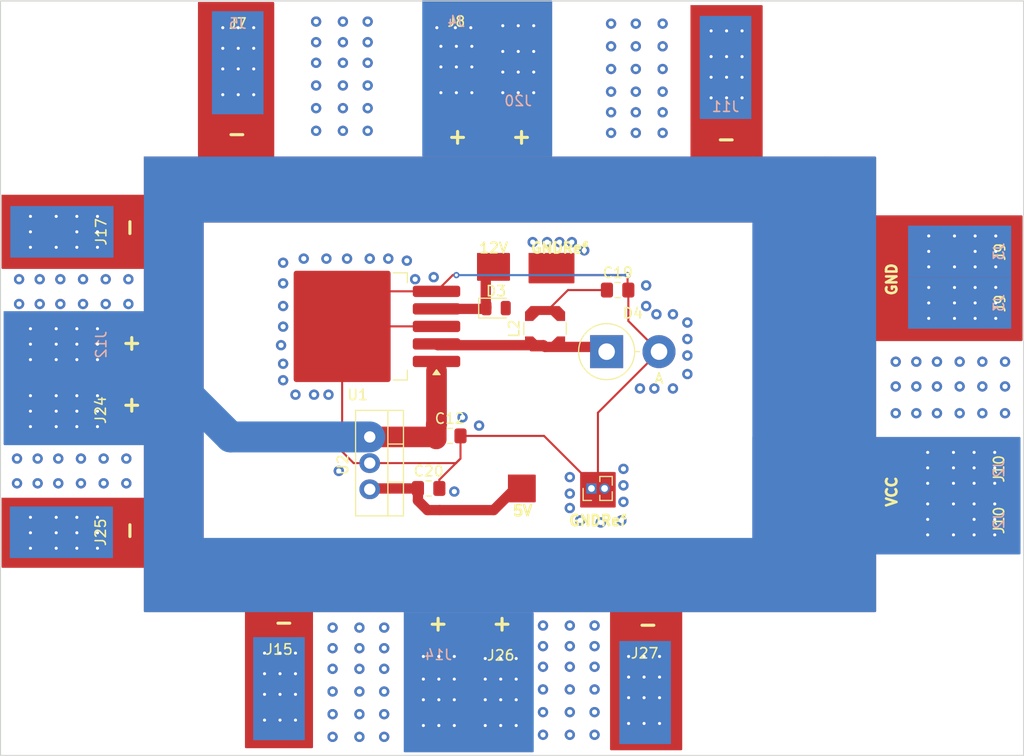
<source format=kicad_pcb>
(kicad_pcb (version 20241229) (generator "pcbnew") (generator_version "9.0")
  (layers (0 "F.Cu" signal) (2 "B.Cu" signal) (13 "F.Paste" user) (15 "B.Paste" user) (5 "F.SilkS" user "F.Silkscreen") (7 "B.SilkS" user "B.Silkscreen") (1 "F.Mask" user) (3 "B.Mask" user) (25 "Edge.Cuts" user))
  (net 0 "")
  (net 1 "5V")
  (net 2 "GNDREF")
  (net 3 "VIN")
  (net 4 "Net-(D3-A)")
  (net 5 "12V")
  (net 6 "GND")
  (net 7 "Net-(D4-K)")
  (footprint "Connector_Wire:SolderWirePad_1x01_SMD_5x10mm" (layer "F.Cu") (at 65.4 112)
    (property "Reference" "J8")
    (property "Value" "Conn_01x01_Socket" (hide yes))
  )
  (footprint "Connector_Wire:SolderWirePad_1x01_SMD_5x10mm" (layer "F.Cu") (at 71.4 112.1 180)
    (property "Reference" "J28" (hide yes))
    (property "Value" "Conn_01x01_Socket" (hide yes))
  )
  (footprint "Capacitor_SMD:C_0805_2012Metric_Pad1.18x1.45mm_HandSolder" (layer "F.Cu") (at 64.7625 148.4)
    (property "Reference" "C12")
    (property "Value" "10uF")
  )
  (footprint "Connector_Wire:SolderWirePad_1x01_SMD_5x10mm" (layer "F.Cu") (at 69.7 173.5)
    (property "Reference" "J26")
    (property "Value" "Conn_01x01_Socket" (hide yes))
  )
  (footprint "Connector_Wire:SolderWirePad_1x01_SMD_1x2mm" (layer "F.Cu") (at 71.1125 153.5)
    (property "Reference" "J34" (hide yes))
    (property "Value" "Conn_01x01")
  )
  (footprint "Connector_Wire:SolderWirePad_1x01_SMD_5x10mm" (layer "F.Cu") (at 114.2 156.6 -90)
    (property "Reference" "J10")
    (property "Value" "Conn_01x01_Socket" (hide yes))
  )
  (footprint "Connector_Wire:SolderWirePad_1x01_SMD_1x2mm" (layer "F.Cu") (at 76.25 132)
    (property "Reference" "J40" (hide yes))
    (property "Value" "Conn_01x01")
  )
  (footprint "Connector_Wire:SolderWirePad_1x01_SMD_1x2mm" (layer "F.Cu") (at 72.5 153.5)
    (property "Reference" "J38" (hide yes))
    (property "Value" "Conn_01x01")
  )
  (footprint "Connector_Wire:SolderWirePad_1x01_SMD_5x10mm" (layer "F.Cu") (at 114.3 135.55 -90)
    (property "Reference" "J9")
    (property "Value" "GND" (hide yes))
  )
  (footprint "Package_TO_SOT_SMD:TO-263-5_TabPin3" (layer "F.Cu") (at 55.825 137.775 180)
    (property "Reference" "U1")
    (property "Value" "LM2596S-12")
  )
  (footprint "Connector_Wire:SolderWirePad_1x01_SMD_5x10mm" (layer "F.Cu") (at 27.15 139.55 -90)
    (property "Reference" "J18" (hide yes))
    (property "Value" "Conn_01x01_Socket" (hide yes))
  )
  (footprint "Connector_Wire:SolderWirePad_1x01_SMD_5x10mm" (layer "F.Cu") (at 48.2 172.925444)
    (property "Reference" "J15")
    (property "Value" "GND" (hide yes))
  )
  (footprint "Connector_Wire:SolderWirePad_1x01_SMD_5x10mm" (layer "F.Cu") (at 44.2 112.193781)
    (property "Reference" "J7")
    (property "Value" "GND" (hide yes))
  )
  (footprint "Connector_Wire:SolderWirePad_1x01_SMD_5x10mm" (layer "F.Cu") (at 83.65 173.3)
    (property "Reference" "J27")
    (property "Value" "GND" (hide yes))
  )
  (footprint "Connector_Wire:SolderWirePad_1x01_SMD_5x10mm" (layer "F.Cu") (at 63.65 173.45)
    (property "Reference" "J16" (hide yes))
    (property "Value" "Conn_01x01_Socket" (hide yes))
  )
  (footprint "Connector_PinHeader_1.27mm:PinHeader_1x02_P1.27mm_Vertical" (layer "F.Cu") (at 78.5 153.5 90)
    (property "Reference" "J36" (hide yes))
    (property "Value" "Conn_01x02")
  )
  (footprint "Connector_Wire:SolderWirePad_1x01_SMD_5x10mm" (layer "F.Cu") (at 27.1 145.9 -90)
    (property "Reference" "J24")
    (property "Value" "Conn_01x01_Socket" (hide yes))
  )
  (footprint "Connector_Wire:SolderWirePad_1x01_SMD_1x2mm" (layer "F.Cu") (at 69.7775 132)
    (property "Reference" "J44" (hide yes))
    (property "Value" "Conn_01x01")
  )
  (footprint "Capacitor_SMD:C_0805_2012Metric_Pad1.18x1.45mm_HandSolder" (layer "F.Cu") (at 81.0375 134.25)
    (property "Reference" "C19")
    (property "Value" "220uF")
  )
  (footprint "Capacitor_SMD:C_0805_2012Metric_Pad1.18x1.45mm_HandSolder" (layer "F.Cu") (at 62.7125 153.5)
    (property "Reference" "C20")
    (property "Value" "100uF")
  )
  (footprint "Diode_THT:D_DO-201AD_P5.08mm_Vertical_AnodeUp" (layer "F.Cu") (at 79.97 140.225)
    (property "Reference" "D4")
    (property "Value" "1N5822")
  )
  (footprint "Connector_Wire:SolderWirePad_1x01_SMD_5x10mm" (layer "F.Cu") (at 27.15 128.6 -90)
    (property "Reference" "J17")
    (property "Value" "GND" (hide yes))
  )
  (footprint "Connector_Wire:SolderWirePad_1x01_SMD_5x10mm" (layer "F.Cu") (at 114.3 130.55 -90)
    (property "Reference" "J9")
    (property "Value" "GND" (hide yes))
  )
  (footprint "Inductor_SMD:L_Coilcraft_LPS4018" (layer "F.Cu") (at 74 138 90)
    (property "Reference" "L2")
    (property "Value" "33uH")
  )
  (footprint "Connector_Wire:SolderWirePad_1x01_SMD_5x10mm" (layer "F.Cu") (at 27.1 157.75 -90)
    (property "Reference" "J25")
    (property "Value" "GND" (hide yes))
  )
  (footprint "Diode_SMD:D_0805_2012Metric" (layer "F.Cu") (at 69.25 136)
    (property "Reference" "D3")
    (property "Value" "D")
  )
  (footprint "Connector_Wire:SolderWirePad_1x01_SMD_1x2mm" (layer "F.Cu") (at 74.75 132)
    (property "Reference" "J45" (hide yes))
    (property "Value" "Conn_01x01")
  )
  (footprint "Connector_Wire:SolderWirePad_1x01_SMD_5x10mm" (layer "F.Cu") (at 114.2 151.6 -90)
    (property "Reference" "J10")
    (property "Value" "Conn_01x01_Socket" (hide yes))
  )
  (footprint "Package_TO_SOT_THT:TO-220-3_Vertical" (layer "F.Cu") (at 57 148.5 -90)
    (property "Reference" "U2")
    (property "Value" "LM7805_TO220")
  )
  (footprint "Connector_Wire:SolderWirePad_1x01_SMD_1x2mm" (layer "F.Cu") (at 73.25 132)
    (property "Reference" "J39" (hide yes))
    (property "Value" "Conn_01x01")
  )
  (footprint "Connector_Wire:SolderWirePad_1x01_SMD_1x2mm" (layer "F.Cu") (at 68.25 132)
    (property "Reference" "J37" (hide yes))
    (property "Value" "Conn_01x01")
  )
  (footprint "Connector_Wire:SolderWirePad_1x01_SMD_5x10mm" (layer "F.Cu") (at 91.5 112.65 180)
    (property "Reference" "J19" (hide yes))
    (property "Value" "GND" (hide yes))
  )
  (footprint "Connector_Wire:SolderWirePad_1x01_SMD_5x10mm" (layer "B.Cu") (at 83.7 173.3 180)
    (property "Reference" "J21" (hide yes))
    (property "Value" "GND" (hide yes))
  )
  (footprint "Connector_Wire:SolderWirePad_1x01_SMD_5x10mm" (layer "B.Cu") (at 27.15 128.6 90)
    (property "Reference" "J13" (hide yes))
    (property "Value" "GND" (hide yes))
  )
  (footprint "Connector_Wire:SolderWirePad_1x01_SMD_5x10mm" (layer "B.Cu") (at 44.2 112.193781 180)
    (property "Reference" "J5")
    (property "Value" "GND" (hide yes))
  )
  (footprint "Connector_Wire:SolderWirePad_1x01_SMD_5x10mm" (layer "B.Cu") (at 27.1 157.75 90)
    (property "Reference" "J23" (hide yes))
    (property "Value" "GND" (hide yes))
  )
  (footprint "Connector_Wire:SolderWirePad_1x01_SMD_5x10mm" (layer "B.Cu") (at 65.393139 112.006219 180)
    (property "Reference" "J4")
    (property "Value" "VCC" (hide yes))
  )
  (footprint "Connector_Wire:SolderWirePad_1x01_SMD_5x10mm" (layer "B.Cu") (at 48.2 172.925444 180)
    (property "Reference" "J29" (hide yes))
    (property "Value" "GND" (hide yes))
  )
  (footprint "Connector_Wire:SolderWirePad_1x01_SMD_5x10mm" (layer "B.Cu") (at 71.390595 112.081812)
    (property "Reference" "J20")
    (property "Value" "VCC" (hide yes))
  )
  (footprint "Connector_Wire:SolderWirePad_1x01_SMD_5x10mm" (layer "B.Cu") (at 27.15 139.55 90)
    (property "Reference" "J12")
    (property "Value" "VCC" (hide yes))
  )
  (footprint "Connector_Wire:SolderWirePad_1x01_SMD_5x10mm" (layer "B.Cu") (at 27.1 145.9 90)
    (property "Reference" "J30" (hide yes))
    (property "Value" "Conn_01x01_Socket" (hide yes))
  )
  (footprint "Connector_Wire:SolderWirePad_1x01_SMD_5x10mm" (layer "B.Cu") (at 114.2 156.6 90)
    (property "Reference" "J2")
    (property "Value" "VCC" (hide yes))
  )
  (footprint "Connector_Wire:SolderWirePad_1x01_SMD_5x10mm" (layer "B.Cu") (at 69.7 173.5 180)
    (property "Reference" "J22" (hide yes))
    (property "Value" "Conn_01x01_Socket" (hide yes))
  )
  (footprint "Connector_Wire:SolderWirePad_1x01_SMD_5x10mm" (layer "B.Cu") (at 114.2 151.6 90)
    (property "Reference" "J2")
    (property "Value" "VCC" (hide yes))
  )
  (footprint "Connector_Wire:SolderWirePad_1x01_SMD_5x10mm" (layer "B.Cu") (at 63.65 173.45 180)
    (property "Reference" "J14")
    (property "Value" "Conn_01x01_Socket" (hide yes))
  )
  (footprint "Connector_Wire:SolderWirePad_1x01_SMD_5x10mm" (layer "B.Cu") (at 114.2 135.5 90)
    (property "Reference" "J3")
    (property "Value" "GND" (hide yes))
  )
  (footprint "Connector_Wire:SolderWirePad_1x01_SMD_5x10mm" (layer "B.Cu") (at 114.2 130.5 90)
    (property "Reference" "J3")
    (property "Value" "GND" (hide yes))
  )
  (footprint "Connector_Wire:SolderWirePad_1x01_SMD_5x10mm" (layer "B.Cu") (at 91.5 112.65)
    (property "Reference" "J11")
    (property "Value" "GND" (hide yes))
  )
  (gr_rect (start 40.8 160.2) (end 101.2 165.4) (stroke (width 0.2)) (fill yes) (layer "F.Cu") (net 6))
  (gr_rect (start 35.2 121.4) (end 40.8 165.4) (stroke (width 0.2)) (fill yes) (layer "F.Cu") (net 6))
  (gr_rect (start 106 127.1) (end 120.2 139.1) (stroke (width 0.2)) (fill yes) (layer "F.Cu") (net 6))
  (gr_rect (start 88.2 106.7) (end 95 121.3) (stroke (width 0.2)) (fill yes) (layer "F.Cu") (net 6))
  (gr_rect (start 21.4 154.5) (end 35.2 161.1) (stroke (width 0.2)) (fill yes) (layer "F.Cu") (net 6))
  (gr_rect (start 21.4 125.1) (end 35.2 132.1) (stroke (width 0.2)) (fill yes) (layer "F.Cu") (net 6))
  (gr_rect (start 101.2 121.4) (end 106 165.4) (stroke (width 0.2)) (fill yes) (layer "F.Cu") (net 6))
  (gr_rect (start 80.4 165.4) (end 87.2 178.8) (stroke (width 0.2)) (fill yes) (layer "F.Cu") (net 6))
  (gr_rect (start 45 165.4) (end 51.4 178.6) (stroke (width 0.2)) (fill yes) (layer "F.Cu") (net 6))
  (gr_rect (start 40.8 121.4) (end 101.2 127.6) (stroke (width 0.2)) (fill yes) (layer "F.Cu") (net 6))
  (gr_rect (start 40.443139 106.4) (end 47.643139 121.4) (stroke (width 0.2)) (fill yes) (layer "F.Cu") (net 6))
  (gr_rect (start 72.5 130.75) (end 76.75 133.5) (stroke (width 0.2)) (fill yes) (layers "F.Cu" "F.Mask") (net 2))
  (gr_rect (start 77.5 152) (end 80.75 155.25) (stroke (width 0.2)) (fill yes) (layers "F.Cu" "F.Mask") (net 2))
  (gr_rect (start 67.5 130.75) (end 70.5 133.25) (stroke (width 0.2)) (fill yes) (layers "F.Cu" "F.Mask") (net 5))
  (gr_rect (start 70.5 152.25) (end 73 154.75) (stroke (width 0.2)) (fill yes) (layers "F.Cu" "F.Mask") (net 1))
  (gr_rect (start 35.2 158.4) (end 106 165.4) (stroke (width 0.2)) (fill yes) (layer "B.Cu") (net 3))
  (gr_rect (start 21.6 136.4) (end 35.2 149.2) (stroke (width 0.2)) (fill yes) (layer "B.Cu") (net 3))
  (gr_rect (start 62.193139 106.206219) (end 74.593139 121.206219) (stroke (width 0.2)) (fill yes) (layer "B.Cu") (net 3))
  (gr_rect (start 94.2 121.4) (end 106 158.4) (stroke (width 0.2)) (fill yes) (layer "B.Cu") (net 3))
  (gr_rect (start 94.2 148.6) (end 120 159.8) (stroke (width 0.2)) (fill yes) (layer "B.Cu") (net 3))
  (gr_rect (start 35.2 121.4) (end 94.2 127.6) (stroke (width 0.2)) (fill yes) (layer "B.Cu") (net 3))
  (gr_rect (start 35.2 127.6) (end 40.8 158.4) (stroke (width 0.2)) (fill yes) (layer "B.Cu") (net 3))
  (gr_rect (start 60.4 165.6) (end 72.8 179) (stroke (width 0.2)) (fill yes) (layer "B.Cu") (net 3))
  (gr_rect (start 21.2 106.2) (end 120.4 179.4) (stroke (width 0.1)) (fill no) (layer "Edge.Cuts"))
  (gr_text "+" (at 70.6 167.8 90) (layer "F.SilkS") (effects (font (size 1.5 1.5) (thickness 0.3) (bold yes)) (justify left bottom)))
  (gr_text "5V" (at 70.75 156.25 0) (layer "F.SilkS") (effects (font (size 1 1) (thickness 0.25) (bold yes)) (justify left bottom)))
  (gr_text "+" (at 64.4 167.8 90) (layer "F.SilkS") (effects (font (size 1.5 1.5) (thickness 0.3) (bold yes)) (justify left bottom)))
  (gr_text "GND\n" (at 108.2 134.9 90) (layer "F.SilkS") (effects (font (size 1 1) (thickness 0.25) (bold yes)) (justify left bottom)))
  (gr_text "GNDRef\n" (at 72.5 130.75 0) (layer "F.SilkS") (effects (font (size 1 1) (thickness 0.25) (bold yes)) (justify left bottom)))
  (gr_text "+" (at 32.8 140.2 0) (layer "F.SilkS") (effects (font (size 1.5 1.5) (thickness 0.3) (bold yes)) (justify left bottom)))
  (gr_text "-" (at 32.975428 156.467428 -90) (layer "F.SilkS") (effects (font (size 1.5 1.5) (thickness 0.3) (bold yes)) (justify left bottom)))
  (gr_text "+" (at 64.393139 120.206219 0) (layer "F.SilkS") (effects (font (size 1.5 1.5) (thickness 0.3) (bold yes)) (justify left bottom)))
  (gr_text "12V\n" (at 67.5 130.75 0) (layer "F.SilkS") (effects (font (size 1 1) (thickness 0.1875) (bold yes)) (justify left bottom)))
  (gr_text "GNDRef\n" (at 76.2 157.2 0) (layer "F.SilkS") (effects (font (size 1 1) (thickness 0.25) (bold yes)) (justify left bottom)))
  (gr_text "-" (at 49.8 165.8 180) (layer "F.SilkS") (effects (font (size 1.5 1.5) (thickness 0.3) (bold yes)) (justify left bottom)))
  (gr_text "-" (at 45.243139 118.4 180) (layer "F.SilkS") (effects (font (size 1.5 1.5) (thickness 0.3) (bold yes)) (justify left bottom)))
  (gr_text "-" (at 32.975428 127.067428 -90) (layer "F.SilkS") (effects (font (size 1.5 1.5) (thickness 0.3) (bold yes)) (justify left bottom)))
  (gr_text "VCC\n" (at 108.2 155.4 90) (layer "F.SilkS") (effects (font (size 1 1) (thickness 0.25) (bold yes)) (justify left bottom)))
  (gr_text "-" (at 85.1 166 180) (layer "F.SilkS") (effects (font (size 1.5 1.5) (thickness 0.3) (bold yes)) (justify left bottom)))
  (gr_text "-" (at 92.693139 118.906219 180) (layer "F.SilkS") (effects (font (size 1.5 1.5) (thickness 0.3) (bold yes)) (justify left bottom)))
  (gr_text "+" (at 70.593139 120.206219 0) (layer "F.SilkS") (effects (font (size 1.5 1.5) (thickness 0.3) (bold yes)) (justify left bottom)))
  (gr_text "+" (at 32.8 146.2 0) (layer "F.SilkS") (effects (font (size 1.5 1.5) (thickness 0.3) (bold yes)) (justify left bottom)))
  (segment (start 71.1125 153.5) (end 69.0125 155.6) (width 1) (layer "F.Cu") (net 1))
  (segment (start 57.08 153.5) (end 57 153.58) (width 1) (layer "F.Cu") (net 1))
  (segment (start 69.0125 155.6) (end 63.775 155.6) (width 1) (layer "F.Cu") (net 1))
  (segment (start 62.6 155.6) (end 61.675 154.675) (width 1) (layer "F.Cu") (net 1))
  (segment (start 61.675 154.675) (end 61.675 153.5) (width 1) (layer "F.Cu") (net 1))
  (segment (start 63.775 155.6) (end 62.6 155.6) (width 1) (layer "F.Cu") (net 1))
  (segment (start 61.675 153.5) (end 57.08 153.5) (width 1) (layer "F.Cu") (net 1))
  (segment (start 57.725 134.375) (end 54.325 137.775) (width 0.2) (layer "F.Cu") (net 2))
  (segment (start 63.75 153.5) (end 63.75 152.65) (width 0.2) (layer "F.Cu") (net 2))
  (segment (start 65.05 132.8) (end 65.4 132.8) (width 0.2) (layer "F.Cu") (net 2))
  (segment (start 82 132.8) (end 75.55 132.8) (width 0.2) (layer "F.Cu") (net 2))
  (segment (start 65.8 148.4) (end 73.9 148.4) (width 0.2) (layer "F.Cu") (net 2))
  (segment (start 63.2 151.04) (end 65.36 151.04) (width 0.2) (layer "F.Cu") (net 2))
  (segment (start 63.475 137.775) (end 54.325 137.775) (width 0.2) (layer "F.Cu") (net 2))
  (segment (start 65.36 151.04) (end 65.4 151) (width 0.2) (layer "F.Cu") (net 2))
  (segment (start 65.8 150.6) (end 65.8 148.4) (width 0.2) (layer "F.Cu") (net 2))
  (segment (start 75.55 132.8) (end 74.75 132) (width 0.2) (layer "F.Cu") (net 2))
  (segment (start 65.4 151) (end 65.7 150.7) (width 0.2) (layer "F.Cu") (net 2))
  (segment (start 73.9 148.4) (end 79.125 153.625) (width 0.2) (layer "F.Cu") (net 2))
  (segment (start 82 132.8) (end 82 134.175) (width 0.2) (layer "F.Cu") (net 2))
  (segment (start 54.325 149.925) (end 55.44 151.04) (width 0.2) (layer "F.Cu") (net 2))
  (segment (start 85.05 140.225) (end 82.075 137.25) (width 0.2) (layer "F.Cu") (net 2))
  (segment (start 54.325 137.775) (end 54.325 149.925) (width 0.2) (layer "F.Cu") (net 2))
  (segment (start 85.05 140.225) (end 79.125 146.15) (width 0.2) (layer "F.Cu") (net 2))
  (segment (start 63.475 134.375) (end 62.2 134.375) (width 0.2) (layer "F.Cu") (net 2))
  (segment (start 82 134.175) (end 82.075 134.25) (width 0.2) (layer "F.Cu") (net 2))
  (segment (start 57 151.04) (end 63.2 151.04) (width 0.2) (layer "F.Cu") (net 2))
  (segment (start 82.075 137.25) (end 82.075 134.25) (width 0.2) (layer "F.Cu") (net 2))
  (segment (start 79.125 146.15) (end 79.125 153.625) (width 0.2) (layer "F.Cu") (net 2))
  (segment (start 62.2 134.375) (end 57.725 134.375) (width 0.2) (layer "F.Cu") (net 2))
  (segment (start 63.75 152.65) (end 65.7 150.7) (width 0.2) (layer "F.Cu") (net 2))
  (segment (start 63.475 134.375) (end 65.05 132.8) (width 0.2) (layer "F.Cu") (net 2))
  (segment (start 55.44 151.04) (end 57 151.04) (width 0.2) (layer "F.Cu") (net 2))
  (segment (start 65.7 150.7) (end 65.8 150.6) (width 0.2) (layer "F.Cu") (net 2))
  (via (at 51.8 112.2) (size 1) (drill 0.5) (layers "F.Cu" "B.Cu") (net 2))
  (via (at 78.8 166.8) (size 1) (drill 0.5) (layers "F.Cu" "B.Cu") (net 2))
  (via (at 56.8 108.2) (size 1) (drill 0.5) (layers "F.Cu" "B.Cu") (net 2))
  (via (at 73.8 173) (size 1) (drill 0.5) (layers "F.Cu" "B.Cu") (net 2))
  (via (at 83.2 143.8) (size 1) (drill 0.5) (layers "F.Cu" "B.Cu") (net 2))
  (via (at 112 143.6) (size 1) (drill 0.5) (layers "F.Cu" "B.Cu") (net 2))
  (via (at 82 132.8) (size 0.6) (drill 0.3) (layers "F.Cu" "B.Cu") (net 2))
  (via (at 48.6 137.8) (size 1) (drill 0.5) (layers "F.Cu" "B.Cu") (net 2))
  (via (at 81.6 151.6) (size 1) (drill 0.5) (layers "F.Cu" "B.Cu") (net 2))
  (via (at 33.4 153) (size 1) (drill 0.5) (layers "F.Cu" "B.Cu") (net 2))
  (via (at 56.8 118.8) (size 1) (drill 0.5) (layers "F.Cu" "B.Cu") (net 2))
  (via (at 50.6 131.2) (size 1) (drill 0.5) (layers "F.Cu" "B.Cu") (net 2))
  (via (at 58.4 171) (size 1) (drill 0.5) (layers "F.Cu" "B.Cu") (net 2))
  (via (at 29.2 135.6) (size 1) (drill 0.5) (layers "F.Cu" "B.Cu") (net 2))
  (via (at 48.6 141.4) (size 1) (drill 0.5) (layers "F.Cu" "B.Cu") (net 2))
  (via (at 76.4 175.2) (size 1) (drill 0.5) (layers "F.Cu" "B.Cu") (net 2))
  (via (at 118.6 146.2) (size 1) (drill 0.5) (layers "F.Cu" "B.Cu") (net 2))
  (via (at 27 133.2) (size 1) (drill 0.5) (layers "F.Cu" "B.Cu") (net 2))
  (via (at 85.4 115) (size 1) (drill 0.5) (layers "F.Cu" "B.Cu") (net 2))
  (via (at 67.6 147.4) (size 1) (drill 0.5) (layers "F.Cu" "B.Cu") (net 2))
  (via (at 73.8 170.8) (size 1) (drill 0.5) (layers "F.Cu" "B.Cu") (net 2))
  (via (at 53.4 167) (size 1) (drill 0.5) (layers "F.Cu" "B.Cu") (net 2))
  (via (at 58.8 131.2) (size 1) (drill 0.5) (layers "F.Cu" "B.Cu") (net 2))
  (via (at 108 143.6) (size 1) (drill 0.5) (layers "F.Cu" "B.Cu") (net 2))
  (via (at 85.4 119) (size 1) (drill 0.5) (layers "F.Cu" "B.Cu") (net 2))
  (via (at 116.4 143.6) (size 1) (drill 0.5) (layers "F.Cu" "B.Cu") (net 2))
  (via (at 82.8 108.4) (size 1) (drill 0.5) (layers "F.Cu" "B.Cu") (net 2))
  (via (at 84.8 136.6) (size 1) (drill 0.5) (layers "F.Cu" "B.Cu") (net 2))
  (via (at 52.8 131.2) (size 1) (drill 0.5) (layers "F.Cu" "B.Cu") (net 2))
  (via (at 114.2 141.2) (size 1) (drill 0.5) (layers "F.Cu" "B.Cu") (net 2))
  (via (at 29 153) (size 1) (drill 0.5) (layers "F.Cu" "B.Cu") (net 2))
  (via (at 29.2 133.2) (size 1) (drill 0.5) (layers "F.Cu" "B.Cu") (net 2))
  (via (at 76.4 166.8) (size 1) (drill 0.5) (layers "F.Cu" "B.Cu") (net 2))
  (via (at 78.8 177.4) (size 1) (drill 0.5) (layers "F.Cu" "B.Cu") (net 2))
  (via (at 110 143.6) (size 1) (drill 0.5) (layers "F.Cu" "B.Cu") (net 2))
  (via (at 76.4 170.8) (size 1) (drill 0.5) (layers "F.Cu" "B.Cu") (net 2))
  (via (at 81.4 156.6) (size 1) (drill 0.5) (layers "F.Cu" "B.Cu") (net 2))
  (via (at 84.6 143.8) (size 1) (drill 0.5) (layers "F.Cu" "B.Cu") (net 2))
  (via (at 87.8 140.6) (size 1) (drill 0.5) (layers "F.Cu" "B.Cu") (net 2))
  (via (at 53.4 173.2) (size 1) (drill 0.5) (layers "F.Cu" "B.Cu") (net 2))
  (via (at 49.8 144.4) (size 1) (drill 0.5) (layers "F.Cu" "B.Cu") (net 2))
  (via (at 72.8 129.6) (size 1) (drill 0.5) (layers "F.Cu" "B.Cu") (net 2))
  (via (at 48.6 135.8) (size 1) (drill 0.5) (layers "F.Cu" "B.Cu") (net 2))
  (via (at 65.2 153.8) (size 1) (drill 0.5) (layers "F.Cu" "B.Cu") (net 2))
  (via (at 31.4 133.2) (size 1) (drill 0.5) (layers "F.Cu" "B.Cu") (net 2))
  (via (at 108 141.2) (size 1) (drill 0.5) (layers "F.Cu" "B.Cu") (net 2))
  (via (at 82.8 115) (size 1) (drill 0.5) (layers "F.Cu" "B.Cu") (net 2))
  (via (at 75.4 129.6) (size 1) (drill 0.5) (layers "F.Cu" "B.Cu") (net 2))
  (via (at 56 175.4) (size 1) (drill 0.5) (layers "F.Cu" "B.Cu") (net 2))
  (via (at 53 144.4) (size 1) (drill 0.5) (layers "F.Cu" "B.Cu") (net 2))
  (via (at 76.4 152.4) (size 1) (drill 0.5) (layers "F.Cu" "B.Cu") (net 2))
  (via (at 56.8 114.4) (size 1) (drill 0.5) (layers "F.Cu" "B.Cu") (net 2))
  (via (at 81.6 154.8) (size 1) (drill 0.5) (layers "F.Cu" "B.Cu") (net 2))
  (via (at 114.2 143.6) (size 1) (drill 0.5) (layers "F.Cu" "B.Cu") (net 2))
  (via (at 118.6 141.2) (size 1) (drill 0.5) (layers "F.Cu" "B.Cu") (net 2))
  (via (at 87.8 139) (size 1) (drill 0.5) (layers "F.Cu" "B.Cu") (net 2))
  (via (at 58.4 169) (size 1) (drill 0.5) (layers "F.Cu" "B.Cu") (net 2))
  (via (at 82.8 112.8) (size 1) (drill 0.5) (layers "F.Cu" "B.Cu") (net 2))
  (via (at 54.4 108.2) (size 1) (drill 0.5) (layers "F.Cu" "B.Cu") (net 2))
  (via (at 23 135.6) (size 1) (drill 0.5) (layers "F.Cu" "B.Cu") (net 2))
  (via (at 56 177.6) (size 1) (drill 0.5) (layers "F.Cu" "B.Cu") (net 2))
  (via (at 51.8 118.8) (size 1) (drill 0.5) (layers "F.Cu" "B.Cu") (net 2))
  (via (at 33.4 150.6) (size 1) (drill 0.5) (layers "F.Cu" "B.Cu") (net 2))
  (via (at 108 146.2) (size 1) (drill 0.5) (layers "F.Cu" "B.Cu") (net 2))
  (via (at 76.4 168.8) (size 1) (drill 0.5) (layers "F.Cu" "B.Cu") (net 2))
  (via (at 81.6 153.2) (size 1) (drill 0.5) (layers "F.Cu" "B.Cu") (net 2))
  (via (at 51.8 110.2) (size 1) (drill 0.5) (layers "F.Cu" "B.Cu") (net 2))
  (via (at 48.6 131.6) (size 1) (drill 0.5) (layers "F.Cu" "B.Cu") (net 2))
  (via (at 56.8 110.2) (size 1) (drill 0.5) (layers "F.Cu" "B.Cu") (net 2))
  (via (at 77.4 156.6) (size 1) (drill 0.5) (layers "F.Cu" "B.Cu") (net 2))
  (via (at 80.4 119) (size 1) (drill 0.5) (layers "F.Cu" "B.Cu") (net 2))
  (via (at 53.4 171) (size 1) (drill 0.5) (layers "F.Cu" "B.Cu") (net 2))
  (via (at 27 135.6) (size 1) (drill 0.5) (layers "F.Cu" "B.Cu") (net 2))
  (via (at 29 150.6) (size 1) (drill 0.5) (layers "F.Cu" "B.Cu") (net 2))
  (via (at 73.8 175.2) (size 1) (drill 0.5) (layers "F.Cu" "B.Cu") (net 2))
  (via (at 25 133.2) (size 1) (drill 0.5) (layers "F.Cu" "B.Cu") (net 2))
  (via (at 56 169) (size 1) (drill 0.5) (layers "F.Cu" "B.Cu") (net 2))
  (via (at 56.8 116.6) (size 1) (drill 0.5) (layers "F.Cu" "B.Cu") (net 2))
  (via (at 33.6 135.6) (size 1) (drill 0.5) (layers "F.Cu" "B.Cu") (net 2))
  (via (at 112 141.2) (size 1) (drill 0.5) (layers "F.Cu" "B.Cu") (net 2))
  (via (at 76.4 173) (size 1) (drill 0.5) (layers "F.Cu" "B.Cu") (net 2))
  (via (at 76.4 177.4) (size 1) (drill 0.5) (layers "F.Cu" "B.Cu") (net 2))
  (via (at 79.4 156.8) (size 1) (drill 0.5) (layers "F.Cu" "B.Cu") (net 2))
  (via (at 58.4 173.2) (size 1) (drill 0.5) (layers "F.Cu" "B.Cu") (net 2))
  (via (at 78.8 168.8) (size 1) (drill 0.5) (layers "F.Cu" "B.Cu") (net 2))
  (via (at 58.4 177.6) (size 1) (drill 0.5) (layers "F.Cu" "B.Cu") (net 2))
  (via (at 82.8 117) (size 1) (drill 0.5) (layers "F.Cu" "B.Cu") (net 2))
  (via (at 51.8 108.2) (size 1) (drill 0.5) (layers "F.Cu" "B.Cu") (net 2))
  (via (at 87.8 137.4) (size 1) (drill 0.5) (layers "F.Cu" "B.Cu") (net 2))
  (via (at 112 146.2) (size 1) (drill 0.5) (layers "F.Cu" "B.Cu") (net 2))
  (via (at 60.6 131.4) (size 1) (drill 0.5) (layers "F.Cu" "B.Cu") (net 2))
  (via (at 54.4 114.4) (size 1) (drill 0.5) (layers "F.Cu" "B.Cu") (net 2))
  (via (at 73.8 177.4) (size 1) (drill 0.5) (layers "F.Cu" "B.Cu") (net 2))
  (via (at 58.4 167) (size 1) (drill 0.5) (layers "F.Cu" "B.Cu") (net 2))
  (via (at 78.8 173) (size 1) (drill 0.5) (layers "F.Cu" "B.Cu") (net 2))
  (via (at 80.4 115) (size 1) (drill 0.5) (layers "F.Cu" "B.Cu") (net 2))
  (via (at 78.8 170.8) (size 1) (drill 0.5) (layers "F.Cu" "B.Cu") (net 2))
  (via (at 85.4 110.6) (size 1) (drill 0.5) (layers "F.Cu" "B.Cu") (net 2))
  (via (at 26.8 150.6) (size 1) (drill 0.5) (layers "F.Cu" "B.Cu") (net 2))
  (via (at 33.6 133.2) (size 1) (drill 0.5) (layers "F.Cu" "B.Cu") (net 2))
  (via (at 54 151.8) (size 1) (drill 0.5) (layers "F.Cu" "B.Cu") (net 2))
  (via (at 61.4 133.2) (size 1) (drill 0.5) (layers "F.Cu" "B.Cu") (net 2))
  (via (at 80.4 110.6) (size 1) (drill 0.5) (layers "F.Cu" "B.Cu") (net 2))
  (via (at 51.6 144.4) (size 1) (drill 0.5) (layers "F.Cu" "B.Cu") (net 2))
  (via (at 26.8 153) (size 1) (drill 0.5) (layers "F.Cu" "B.Cu") (net 2))
  (via (at 24.8 150.6) (size 1) (drill 0.5) (layers "F.Cu" "B.Cu") (net 2))
  (via (at 22.8 153) (size 1) (drill 0.5) (layers "F.Cu" "B.Cu") (net 2))
  (via (at 31.2 153) (size 1) (drill 0.5) (layers "F.Cu" "B.Cu") (net 2))
  (via (at 80.4 112.8) (size 1) (drill 0.5) (layers "F.Cu" "B.Cu") (net 2))
  (via (at 74.2 129.6) (size 1) (drill 0.5) (layers "F.Cu" "B.Cu") (net 2))
  (via (at 56 167) (size 1) (drill 0.5) (layers "F.Cu" "B.Cu") (net 2))
  (via (at 76.4 155.4) (size 1) (drill 0.5) (layers "F.Cu" "B.Cu") (net 2))
  (via (at 76.4 154) (size 1) (drill 0.5) (layers "F.Cu" "B.Cu") (net 2))
  (via (at 31.2 150.6) (size 1) (drill 0.5) (layers "F.Cu" "B.Cu") (net 2))
  (via (at 116.4 141.2) (size 1) (drill 0.5) (layers "F.Cu" "B.Cu") (net 2))
  (via (at 78.8 175.2) (size 1) (drill 0.5) (layers "F.Cu" "B.Cu") (net 2))
  (via (at 110 146.2) (size 1) (drill 0.5) (layers "F.Cu" "B.Cu") (net 2))
  (via (at 48.6 143) (size 1) (drill 0.5) (layers "F.Cu" "B.Cu") (net 2))
  (via (at 53.4 177.6) (size 1) (drill 0.5) (layers "F.Cu" "B.Cu") (net 2))
  (via (at 23 133.2) (size 1) (drill 0.5) (layers "F.Cu" "B.Cu") (net 2))
  (via (at 73.8 168.8) (size 1) (drill 0.5) (layers "F.Cu" "B.Cu") (net 2))
  (via (at 76.6 129.6) (size 1) (drill 0.5) (layers "F.Cu" "B.Cu") (net 2))
  (via (at 56 173.2) (size 1) (drill 0.5) (layers "F.Cu" "B.Cu") (net 2))
  (via (at 53.4 169) (size 1) (drill 0.5) (layers "F.Cu" "B.Cu") (net 2))
  (via (at 53.4 175.4) (size 1) (drill 0.5) (layers "F.Cu" "B.Cu") (net 2))
  (via (at 80.4 108.4) (size 1) (drill 0.5) (layers "F.Cu" "B.Cu") (net 2))
  (via (at 51.8 116.6) (size 1) (drill 0.5) (layers "F.Cu" "B.Cu") (net 2))
  (via (at 51.8 114.4) (size 1) (drill 0.5) (layers "F.Cu" "B.Cu") (net 2))
  (via (at 56 171) (size 1) (drill 0.5) (layers "F.Cu" "B.Cu") (net 2))
  (via (at 63.2 133) (size 1) (drill 0.5) (layers "F.Cu" "B.Cu") (net 2))
  (via (at 54.8 131.2) (size 1) (drill 0.5) (layers "F.Cu" "B.Cu") (net 2))
  (via (at 54.4 110.2) (size 1) (drill 0.5) (layers "F.Cu" "B.Cu") (net 2))
  (via (at 48.6 133.6) (size 1) (drill 0.5) (layers "F.Cu" "B.Cu") (net 2))
  (via (at 83.8 133.8) (size 1) (drill 0.5) (layers "F.Cu" "B.Cu") (net 2))
  (via (at 82.8 110.6) (size 1) (drill 0.5) (layers "F.Cu" "B.Cu") (net 2))
  (via (at 86.4 136.6) (size 1) (drill 0.5) (layers "F.Cu" "B.Cu") (net 2))
  (via (at 54.4 118.8) (size 1) (drill 0.5) (layers "F.Cu" "B.Cu") (net 2))
  (via (at 31.4 135.6) (size 1) (drill 0.5) (layers "F.Cu" "B.Cu") (net 2))
  (via (at 56.8 112.2) (size 1) (drill 0.5) (layers "F.Cu" "B.Cu") (net 2))
  (via (at 110 141.2) (size 1) (drill 0.5) (layers "F.Cu" "B.Cu") (net 2))
  (via (at 114.2 146.2) (size 1) (drill 0.5) (layers "F.Cu" "B.Cu") (net 2))
  (via (at 118.6 143.6) (size 1) (drill 0.5) (layers "F.Cu" "B.Cu") (net 2))
  (via (at 85.4 117) (size 1) (drill 0.5) (layers "F.Cu" "B.Cu") (net 2))
  (via (at 82.8 119) (size 1) (drill 0.5) (layers "F.Cu" "B.Cu") (net 2))
  (via (at 85.4 112.8) (size 1) (drill 0.5) (layers "F.Cu" "B.Cu") (net 2))
  (via (at 22.8 150.6) (size 1) (drill 0.5) (layers "F.Cu" "B.Cu") (net 2))
  (via (at 48.4 139.6) (size 1) (drill 0.5) (layers "F.Cu" "B.Cu") (net 2))
  (via (at 24.8 153) (size 1) (drill 0.5) (layers "F.Cu" "B.Cu") (net 2))
  (via (at 66 146.6) (size 1) (drill 0.5) (layers "F.Cu" "B.Cu") (net 2))
  (via (at 65.4 132.8) (size 0.6) (drill 0.3) (layers "F.Cu" "B.Cu") (net 2))
  (via (at 83.8 135.8) (size 1) (drill 0.5) (layers "F.Cu" "B.Cu") (net 2))
  (via (at 54.4 116.6) (size 1) (drill 0.5) (layers "F.Cu" "B.Cu") (net 2))
  (via (at 73.8 166.8) (size 1) (drill 0.5) (layers "F.Cu" "B.Cu") (net 2))
  (via (at 58.4 175.4) (size 1) (drill 0.5) (layers "F.Cu" "B.Cu") (net 2))
  (via (at 87.8 142.4) (size 1) (drill 0.5) (layers "F.Cu" "B.Cu") (net 2))
  (via (at 54.4 112.2) (size 1) (drill 0.5) (layers "F.Cu" "B.Cu") (net 2))
  (via (at 85.4 108.4) (size 1) (drill 0.5) (layers "F.Cu" "B.Cu") (net 2))
  (via (at 77.8 130.4) (size 1) (drill 0.5) (layers "F.Cu" "B.Cu") (net 2))
  (via (at 80.4 117) (size 1) (drill 0.5) (layers "F.Cu" "B.Cu") (net 2))
  (via (at 116.4 146.2) (size 1) (drill 0.5) (layers "F.Cu" "B.Cu") (net 2))
  (via (at 25 135.6) (size 1) (drill 0.5) (layers "F.Cu" "B.Cu") (net 2))
  (via (at 86.4 143.8) (size 1) (drill 0.5) (layers "F.Cu" "B.Cu") (net 2))
  (via (at 57 131.2) (size 1) (drill 0.5) (layers "F.Cu" "B.Cu") (net 2))
  (segment (start 65.4 132.8) (end 82 132.8) (width 0.2) (layer "B.Cu") (net 2))
  (segment (start 63.449 148.6865) (end 63.449 147.31705) (width 2) (layer "F.Cu") (net 3))
  (segment (start 63.475 147.29105) (end 63.475 142.075) (width 2) (layer "F.Cu") (net 3))
  (segment (start 63.0625 148.5) (end 57 148.5) (width 2) (layer "F.Cu") (net 3))
  (segment (start 63.449 147.31705) (end 63.475 147.29105) (width 2) (layer "F.Cu") (net 3))
  (segment (start 63.1625 148.4) (end 63.0625 148.5) (width 2) (layer "F.Cu") (net 3))
  (segment (start 63.1625 148.4) (end 63.449 148.6865) (width 2) (layer "F.Cu") (net 3))
  (via (at 117.6 151.5) (size 0.6) (drill 0.3) (layers "F.Cu" "B.Cu") (net 3))
  (via (at 111.1 155) (size 0.6) (drill 0.3) (layers "F.Cu" "B.Cu") (net 3))
  (via (at 63.9 115.1) (size 0.6) (drill 0.3) (layers "F.Cu" "B.Cu") (net 3))
  (via (at 71.2 170) (size 0.6) (drill 0.3) (layers "F.Cu" "B.Cu") (net 3))
  (via (at 69.7 170) (size 0.6) (drill 0.3) (layers "F.Cu" "B.Cu") (net 3))
  (via (at 30.6 144.5) (size 0.6) (drill 0.3) (layers "F.Cu" "B.Cu") (net 3))
  (via (at 65.2 176.5) (size 0.6) (drill 0.3) (layers "F.Cu" "B.Cu") (net 3))
  (via (at 65.4 112.6) (size 0.6) (drill 0.3) (layers "F.Cu" "B.Cu") (net 3))
  (via (at 24.1 141) (size 0.6) (drill 0.3) (layers "F.Cu" "B.Cu") (net 3))
  (via (at 30.6 146) (size 0.6) (drill 0.3) (layers "F.Cu" "B.Cu") (net 3))
  (via (at 62.2 174) (size 0.6) (drill 0.3) (layers "F.Cu" "B.Cu") (net 3))
  (via (at 24.1 139.5) (size 0.6) (drill 0.3) (layers "F.Cu" "B.Cu") (net 3))
  (via (at 113.6 158) (size 0.6) (drill 0.3) (layers "F.Cu" "B.Cu") (net 3))
  (via (at 115.6 150) (size 0.6) (drill 0.3) (layers "F.Cu" "B.Cu") (net 3))
  (via (at 115.6 158) (size 0.6) (drill 0.3) (layers "F.Cu" "B.Cu") (net 3))
  (via (at 71.4 115.1) (size 0.6) (drill 0.3) (layers "F.Cu" "B.Cu") (net 3))
  (via (at 71.2 174) (size 0.6) (drill 0.3) (layers "F.Cu" "B.Cu") (net 3))
  (via (at 28.6 146) (size 0.6) (drill 0.3) (layers "F.Cu" "B.Cu") (net 3))
  (via (at 111.1 158) (size 0.6) (drill 0.3) (layers "F.Cu" "B.Cu") (net 3))
  (via (at 68.2 174) (size 0.6) (drill 0.3) (layers "F.Cu" "B.Cu") (net 3))
  (via (at 63.7 172) (size 0.6) (drill 0.3) (layers "F.Cu" "B.Cu") (net 3))
  (via (at 69.9 113.1) (size 0.6) (drill 0.3) (layers "F.Cu" "B.Cu") (net 3))
  (via (at 26.6 141) (size 0.6) (drill 0.3) (layers "F.Cu" "B.Cu") (net 3))
  (via (at 71.4 113.1) (size 0.6) (drill 0.3) (layers "F.Cu" "B.Cu") (net 3))
  (via (at 26.6 146) (size 0.6) (drill 0.3) (layers "F.Cu" "B.Cu") (net 3))
  (via (at 69.7 176.5) (size 0.6) (drill 0.3) (layers "F.Cu" "B.Cu") (net 3))
  (via (at 113.6 155) (size 0.6) (drill 0.3) (layers "F.Cu" "B.Cu") (net 3))
  (via (at 113.6 150) (size 0.6) (drill 0.3) (layers "F.Cu" "B.Cu") (net 3))
  (via (at 30.6 147.5) (size 0.6) (drill 0.3) (layers "F.Cu" "B.Cu") (net 3))
  (via (at 72.9 115.1) (size 0.6) (drill 0.3) (layers "F.Cu" "B.Cu") (net 3))
  (via (at 111.1 156.5) (size 0.6) (drill 0.3) (layers "F.Cu" "B.Cu") (net 3))
  (via (at 111.1 150) (size 0.6) (drill 0.3) (layers "F.Cu" "B.Cu") (net 3))
  (via (at 66.9 112.6) (size 0.6) (drill 0.3) (layers "F.Cu" "B.Cu") (net 3))
  (via (at 24.1 147.5) (size 0.6) (drill 0.3) (layers "F.Cu" "B.Cu") (net 3))
  (via (at 117.6 150) (size 0.6) (drill 0.3) (layers "F.Cu" "B.Cu") (net 3))
  (via (at 69.7 174) (size 0.6) (drill 0.3) (layers "F.Cu" "B.Cu") (net 3))
  (via (at 72.9 111.1) (size 0.6) (drill 0.3) (layers "F.Cu" "B.Cu") (net 3))
  (via (at 69.9 108.6) (size 0.6) (drill 0.3) (layers "F.Cu" "B.Cu") (net 3))
  (via (at 63.506861 108.793781) (size 0.6) (drill 0.3) (layers "F.Cu" "B.Cu") (net 3))
  (via (at 113.6 153) (size 0.6) (drill 0.3) (layers "F.Cu" "B.Cu") (net 3))
  (via (at 68.2 170) (size 0.6) (drill 0.3) (layers "F.Cu" "B.Cu") (net 3))
  (via (at 63.9 110.6) (size 0.6) (drill 0.3) (layers "F.Cu" "B.Cu") (net 3))
  (via (at 26.6 144.5) (size 0.6) (drill 0.3) (layers "F.Cu" "B.Cu") (net 3))
  (via (at 65.3 108.793781) (size 0.6) (drill 0.3) (layers "F.Cu" "B.Cu") (net 3))
  (via (at 72.9 113.1) (size 0.6) (drill 0.3) (layers "F.Cu" "B.Cu") (net 3))
  (via (at 63.7 174) (size 0.6) (drill 0.3) (layers "F.Cu" "B.Cu") (net 3))
  (via (at 113.6 151.5) (size 0.6) (drill 0.3) (layers "F.Cu" "B.Cu") (net 3))
  (via (at 117.6 155) (size 0.6) (drill 0.3) (layers "F.Cu" "B.Cu") (net 3))
  (via (at 111.1 151.5) (size 0.6) (drill 0.3) (layers "F.Cu" "B.Cu") (net 3))
  (via (at 71.2 176.5) (size 0.6) (drill 0.3) (layers "F.Cu" "B.Cu") (net 3))
  (via (at 26.6 139.5) (size 0.6) (drill 0.3) (layers "F.Cu" "B.Cu") (net 3))
  (via (at 71.4 111.1) (size 0.6) (drill 0.3) (layers "F.Cu" "B.Cu") (net 3))
  (via (at 117.6 153) (size 0.6) (drill 0.3) (layers "F.Cu" "B.Cu") (net 3))
  (via (at 117.6 156.5) (size 0.6) (drill 0.3) (layers "F.Cu" "B.Cu") (net 3))
  (via (at 117.6 158) (size 0.6) (drill 0.3) (layers "F.Cu" "B.Cu") (net 3))
  (via (at 24.1 144.5) (size 0.6) (drill 0.3) (layers "F.Cu" "B.Cu") (net 3))
  (via (at 115.6 155) (size 0.6) (drill 0.3) (layers "F.Cu" "B.Cu") (net 3))
  (via (at 30.6 138) (size 0.6) (drill 0.3) (layers "F.Cu" "B.Cu") (net 3))
  (via (at 28.6 138) (size 0.6) (drill 0.3) (layers "F.Cu" "B.Cu") (net 3))
  (via (at 26.6 138) (size 0.6) (drill 0.3) (layers "F.Cu" "B.Cu") (net 3))
  (via (at 30.6 139.5) (size 0.6) (drill 0.3) (layers "F.Cu" "B.Cu") (net 3))
  (via (at 65.2 169.8) (size 0.6) (drill 0.3) (layers "F.Cu" "B.Cu") (net 3))
  (via (at 63.7 176.5) (size 0.6) (drill 0.3) (layers "F.Cu" "B.Cu") (net 3))
  (via (at 62.2 169.8) (size 0.6) (drill 0.3) (layers "F.Cu" "B.Cu") (net 3))
  (via (at 69.9 115.1) (size 0.6) (drill 0.3) (layers "F.Cu" "B.Cu") (net 3))
  (via (at 24.1 138) (size 0.6) (drill 0.3) (layers "F.Cu" "B.Cu") (net 3))
  (via (at 68.2 176.5) (size 0.6) (drill 0.3) (layers "F.Cu" "B.Cu") (net 3))
  (via (at 71.2 172) (size 0.6) (drill 0.3) (layers "F.Cu" "B.Cu") (net 3))
  (via (at 66.8 108.793781) (size 0.6) (drill 0.3) (layers "F.Cu" "B.Cu") (net 3))
  (via (at 62.2 176.5) (size 0.6) (drill 0.3) (layers "F.Cu" "B.Cu") (net 3))
  (via (at 71.4 108.6) (size 0.6) (drill 0.3) (layers "F.Cu" "B.Cu") (net 3))
  (via (at 115.6 153) (size 0.6) (drill 0.3) (layers "F.Cu" "B.Cu") (net 3))
  (via (at 66.9 115.1) (size 0.6) (drill 0.3) (layers "F.Cu" "B.Cu") (net 3))
  (via (at 28.6 139.5) (size 0.6) (drill 0.3) (layers "F.Cu" "B.Cu") (net 3))
  (via (at 26.6 147.5) (size 0.6) (drill 0.3) (layers "F.Cu" "B.Cu") (net 3))
  (via (at 63.9 112.6) (size 0.6) (drill 0.3) (layers "F.Cu" "B.Cu") (net 3))
  (via (at 115.6 156.5) (size 0.6) (drill 0.3) (layers "F.Cu" "B.Cu") (net 3))
  (via (at 28.6 141) (size 0.6) (drill 0.3) (layers "F.Cu" "B.Cu") (net 3))
  (via (at 62.2 172) (size 0.6) (drill 0.3) (layers "F.Cu" "B.Cu") (net 3))
  (via (at 65.2 172) (size 0.6) (drill 0.3) (layers "F.Cu" "B.Cu") (net 3))
  (via (at 72.9 108.6) (size 0.6) (drill 0.3) (layers "F.Cu" "B.Cu") (net 3))
  (via (at 111.1 153) (size 0.6) (drill 0.3) (layers "F.Cu" "B.Cu") (net 3))
  (via (at 63.7 169.8) (size 0.6) (drill 0.3) (layers "F.Cu" "B.Cu") (net 3))
  (via (at 68.2 172) (size 0.6) (drill 0.3) (layers "F.Cu" "B.Cu") (net 3))
  (via (at 24.1 146) (size 0.6) (drill 0.3) (layers "F.Cu" "B.Cu") (net 3))
  (via (at 65.4 110.6) (size 0.6) (drill 0.3) (layers "F.Cu" "B.Cu") (net 3))
  (via (at 66.9 110.6) (size 0.6) (drill 0.3) (layers "F.Cu" "B.Cu") (net 3))
  (via (at 115.6 151.5) (size 0.6) (drill 0.3) (layers "F.Cu" "B.Cu") (net 3))
  (via (at 65.2 174) (size 0.6) (drill 0.3) (layers "F.Cu" "B.Cu") (net 3))
  (via (at 28.6 144.5) (size 0.6) (drill 0.3) (layers "F.Cu" "B.Cu") (net 3))
  (via (at 30.6 141) (size 0.6) (drill 0.3) (layers "F.Cu" "B.Cu") (net 3))
  (via (at 69.9 111.1) (size 0.6) (drill 0.3) (layers "F.Cu" "B.Cu") (net 3))
  (via (at 65.4 115.1) (size 0.6) (drill 0.3) (layers "F.Cu" "B.Cu") (net 3))
  (via (at 69.7 172) (size 0.6) (drill 0.3) (layers "F.Cu" "B.Cu") (net 3))
  (via (at 28.6 147.5) (size 0.6) (drill 0.3) (layers "F.Cu" "B.Cu") (net 3))
  (segment (start 43.5 148.5) (end 57 148.5) (width 3) (layer "B.Cu") (net 3))
  (segment (start 38 143) (end 43.5 148.5) (width 3) (layer "B.Cu") (net 3))
  (segment (start 74.235 136.235) (end 76.22 134.25) (width 0.2) (layer "F.Cu") (net 4))
  (segment (start 76.22 134.25) (end 80 134.25) (width 0.2) (layer "F.Cu") (net 4))
  (segment (start 74 136.235) (end 74.235 136.235) (width 0.2) (layer "F.Cu") (net 4))
  (segment (start 68.25 132) (end 68.25 135.8125) (width 1) (layer "F.Cu") (net 5))
  (segment (start 68.025 136) (end 68.3125 136) (width 1) (layer "F.Cu") (net 5))
  (segment (start 68.25 135.8125) (end 68.3125 135.875) (width 1) (layer "F.Cu") (net 5))
  (segment (start 67.95 136.075) (end 68.025 136) (width 1) (layer "F.Cu") (net 5))
  (segment (start 63.475 136.075) (end 67.95 136.075) (width 1) (layer "F.Cu") (net 5))
  (segment (start 68.3125 135.875) (end 68.3125 136) (width 1) (layer "F.Cu") (net 5))
  (via (at 26.6 127.1) (size 0.6) (drill 0.3) (layers "F.Cu" "B.Cu") (net 6))
  (via (at 45.75 108.793781) (size 0.6) (drill 0.3) (layers "F.Cu" "B.Cu") (net 6))
  (via (at 46.8 169.475444) (size 0.6) (drill 0.3) (layers "F.Cu" "B.Cu") (net 6))
  (via (at 24.1 159.3) (size 0.6) (drill 0.3) (layers "F.Cu" "B.Cu") (net 6))
  (via (at 113.7 129) (size 0.6) (drill 0.3) (layers "F.Cu" "B.Cu") (net 6))
  (via (at 85.1 173.8) (size 0.6) (drill 0.3) (layers "F.Cu" "B.Cu") (net 6))
  (via (at 111.2 137) (size 0.6) (drill 0.3) (layers "F.Cu" "B.Cu") (net 6))
  (via (at 48.3 171.475444) (size 0.6) (drill 0.3) (layers "F.Cu" "B.Cu") (net 6))
  (via (at 45.75 115.293781) (size 0.6) (drill 0.3) (layers "F.Cu" "B.Cu") (net 6))
  (via (at 24.1 157.8) (size 0.6) (drill 0.3) (layers "F.Cu" "B.Cu") (net 6))
  (via (at 111.2 130.5) (size 0.6) (drill 0.3) (layers "F.Cu" "B.Cu") (net 6))
  (via (at 83.6 169.8) (size 0.6) (drill 0.3) (layers "F.Cu" "B.Cu") (net 6))
  (via (at 113.7 135.5) (size 0.6) (drill 0.3) (layers "F.Cu" "B.Cu") (net 6))
  (via (at 28.6 130.1) (size 0.6) (drill 0.3) (layers "F.Cu" "B.Cu") (net 6))
  (via (at 48.3 175.975444) (size 0.6) (drill 0.3) (layers "F.Cu" "B.Cu") (net 6))
  (via (at 30.6 156.3) (size 0.6) (drill 0.3) (layers "F.Cu" "B.Cu") (net 6))
  (via (at 24.1 127.1) (size 0.6) (drill 0.3) (layers "F.Cu" "B.Cu") (net 6))
  (via (at 26.6 159.3) (size 0.6) (drill 0.3) (layers "F.Cu" "B.Cu") (net 6))
  (via (at 42.75 110.793781) (size 0.6) (drill 0.3) (layers "F.Cu" "B.Cu") (net 6))
  (via (at 115.7 129) (size 0.6) (drill 0.3) (layers "F.Cu" "B.Cu") (net 6))
  (via (at 93.1 109.1) (size 0.6) (drill 0.3) (layers "F.Cu" "B.Cu") (net 6))
  (via (at 48.3 173.475444) (size 0.6) (drill 0.3) (layers "F.Cu" "B.Cu") (net 6))
  (via (at 115.7 137) (size 0.6) (drill 0.3) (layers "F.Cu" "B.Cu") (net 6))
  (via (at 46.8 173.475444) (size 0.6) (drill 0.3) (layers "F.Cu" "B.Cu") (net 6))
  (via (at 115.7 130.5) (size 0.6) (drill 0.3) (layers "F.Cu" "B.Cu") (net 6))
  (via (at 91.6 109.1) (size 0.6) (drill 0.3) (layers "F.Cu" "B.Cu") (net 6))
  (via (at 49.8 173.475444) (size 0.6) (drill 0.3) (layers "F.Cu" "B.Cu") (net 6))
  (via (at 30.6 159.3) (size 0.6) (drill 0.3) (layers "F.Cu" "B.Cu") (net 6))
  (via (at 24.1 128.6) (size 0.6) (drill 0.3) (layers "F.Cu" "B.Cu") (net 6))
  (via (at 111.2 129) (size 0.6) (drill 0.3) (layers "F.Cu" "B.Cu") (net 6))
  (via (at 91.6 113.6) (size 0.6) (drill 0.3) (layers "F.Cu" "B.Cu") (net 6))
  (via (at 111.2 134) (size 0.6) (drill 0.3) (layers "F.Cu" "B.Cu") (net 6))
  (via (at 117.7 137) (size 0.6) (drill 0.3) (layers "F.Cu" "B.Cu") (net 6))
  (via (at 48.3 169.475444) (size 0.6) (drill 0.3) (layers "F.Cu" "B.Cu") (net 6))
  (via (at 90.1 111.6) (size 0.6) (drill 0.3) (layers "F.Cu" "B.Cu") (net 6))
  (via (at 117.7 130.5) (size 0.6) (drill 0.3) (layers "F.Cu" "B.Cu") (net 6))
  (via (at 113.7 132) (size 0.6) (drill 0.3) (layers "F.Cu" "B.Cu") (net 6))
  (via (at 24.1 156.3) (size 0.6) (drill 0.3) (layers "F.Cu" "B.Cu") (net 6))
  (via (at 26.6 157.8) (size 0.6) (drill 0.3) (layers "F.Cu" "B.Cu") (net 6))
  (via (at 83.6 173.8) (size 0.6) (drill 0.3) (layers "F.Cu" "B.Cu") (net 6))
  (via (at 93.1 113.6) (size 0.6) (drill 0.3) (layers "F.Cu" "B.Cu") (net 6))
  (via (at 115.7 134) (size 0.6) (drill 0.3) (layers "F.Cu" "B.Cu") (net 6))
  (via (at 28.6 156.3) (size 0.6) (drill 0.3) (layers "F.Cu" "B.Cu") (net 6))
  (via (at 30.6 157.8) (size 0.6) (drill 0.3) (layers "F.Cu" "B.Cu") (net 6))
  (via (at 93.1 115.6) (size 0.6) (drill 0.3) (layers "F.Cu" "B.Cu") (net 6))
  (via (at 82.1 176.3) (size 0.6) (drill 0.3) (layers "F.Cu" "B.Cu") (net 6))
  (via (at 42.75 108.793781) (size 0.6) (drill 0.3) (layers "F.Cu" "B.Cu") (net 6))
  (via (at 90.1 113.6) (size 0.6) (drill 0.3) (layers "F.Cu" "B.Cu") (net 6))
  (via (at 113.7 134) (size 0.6) (drill 0.3) (layers "F.Cu" "B.Cu") (net 6))
  (via (at 113.7 137) (size 0.6) (drill 0.3) (layers "F.Cu" "B.Cu") (net 6))
  (via (at 90.1 109.1) (size 0.6) (drill 0.3) (layers "F.Cu" "B.Cu") (net 6))
  (via (at 117.7 134) (size 0.6) (drill 0.3) (layers "F.Cu" "B.Cu") (net 6))
  (via (at 30.6 128.6) (size 0.6) (drill 0.3) (layers "F.Cu" "B.Cu") (net 6))
  (via (at 28.6 157.8) (size 0.6) (drill 0.3) (layers "F.Cu" "B.Cu") (net 6))
  (via (at 49.8 169.475444) (size 0.6) (drill 0.3) (layers "F.Cu" "B.Cu") (net 6))
  (via (at 117.7 135.5) (size 0.6) (drill 0.3) (layers "F.Cu" "B.Cu") (net 6))
  (via (at 26.6 130.1) (size 0.6) (drill 0.3) (layers "F.Cu" "B.Cu") (net 6))
  (via (at 49.8 175.975444) (size 0.6) (drill 0.3) (layers "F.Cu" "B.Cu") (net 6))
  (via (at 28.6 127.1) (size 0.6) (drill 0.3) (layers "F.Cu" "B.Cu") (net 6))
  (via (at 85.1 176.3) (size 0.6) (drill 0.3) (layers "F.Cu" "B.Cu") (net 6))
  (via (at 117.7 129) (size 0.6) (drill 0.3) (layers "F.Cu" "B.Cu") (net 6))
  (via (at 111.2 132) (size 0.6) (drill 0.3) (layers "F.Cu" "B.Cu") (net 6))
  (via (at 111.2 135.5) (size 0.6) (drill 0.3) (layers "F.Cu" "B.Cu") (net 6))
  (via (at 28.6 159.3) (size 0.6) (drill 0.3) (layers "F.Cu" "B.Cu") (net 6))
  (via (at 90.1 115.6) (size 0.6) (drill 0.3) (layers "F.Cu" "B.Cu") (net 6))
  (via (at 45.75 110.793781) (size 0.6) (drill 0.3) (layers "F.Cu" "B.Cu") (net 6))
  (via (at 83.6 176.3) (size 0.6) (drill 0.3) (layers "F.Cu" "B.Cu") (net 6))
  (via (at 44.25 110.793781) (size 0.6) (drill 0.3) (layers "F.Cu" "B.Cu") (net 6))
  (via (at 83.6 171.8) (size 0.6) (drill 0.3) (layers "F.Cu" "B.Cu") (net 6))
  (via (at 115.7 135.5) (size 0.6) (drill 0.3) (layers "F.Cu" "B.Cu") (net 6))
  (via (at 82.1 173.8) (size 0.6) (drill 0.3) (layers "F.Cu" "B.Cu") (net 6))
  (via (at 30.6 130.1) (size 0.6) (drill 0.3) (layers "F.Cu" "B.Cu") (net 6))
  (via (at 46.8 175.975444) (size 0.6) (drill 0.3) (layers "F.Cu" "B.Cu") (net 6))
  (via (at 93.1 111.6) (size 0.6) (drill 0.3) (layers "F.Cu" "B.Cu") (net 6))
  (via (at 82.1 169.8) (size 0.6) (drill 0.3) (layers "F.Cu" "B.Cu") (net 6))
  (via (at 30.6 127.1) (size 0.6) (drill 0.3) (layers "F.Cu" "B.Cu") (net 6))
  (via (at 91.6 115.6) (size 0.6) (drill 0.3) (layers "F.Cu" "B.Cu") (net 6))
  (via (at 44.25 115.293781) (size 0.6) (drill 0.3) (layers "F.Cu" "B.Cu") (net 6))
  (via (at 44.25 108.793781) (size 0.6) (drill 0.3) (layers "F.Cu" "B.Cu") (net 6))
  (via (at 91.6 111.6) (size 0.6) (drill 0.3) (layers "F.Cu" "B.Cu") (net 6))
  (via (at 115.7 132) (size 0.6) (drill 0.3) (layers "F.Cu" "B.Cu") (net 6))
  (via (at 42.75 115.293781) (size 0.6) (drill 0.3) (layers "F.Cu" "B.Cu") (net 6))
  (via (at 26.6 156.3) (size 0.6) (drill 0.3) (layers "F.Cu" "B.Cu") (net 6))
  (via (at 24.1 130.1) (size 0.6) (drill 0.3) (layers "F.Cu" "B.Cu") (net 6))
  (via (at 117.7 132) (size 0.6) (drill 0.3) (layers "F.Cu" "B.Cu") (net 6))
  (via (at 85.1 171.8) (size 0.6) (drill 0.3) (layers "F.Cu" "B.Cu") (net 6))
  (via (at 42.75 112.793781) (size 0.6) (drill 0.3) (layers "F.Cu" "B.Cu") (net 6))
  (via (at 46.8 171.475444) (size 0.6) (drill 0.3) (layers "F.Cu" "B.Cu") (net 6))
  (via (at 28.6 128.6) (size 0.6) (drill 0.3) (layers "F.Cu" "B.Cu") (net 6))
  (via (at 85.1 169.8) (size 0.6) (drill 0.3) (layers "F.Cu" "B.Cu") (net 6))
  (via (at 44.25 112.793781) (size 0.6) (drill 0.3) (layers "F.Cu" "B.Cu") (net 6))
  (via (at 45.75 112.793781) (size 0.6) (drill 0.3) (layers "F.Cu" "B.Cu") (net 6))
  (via (at 82.1 171.8) (size 0.6) (drill 0.3) (layers "F.Cu" "B.Cu") (net 6))
  (via (at 49.8 171.475444) (size 0.6) (drill 0.3) (layers "F.Cu" "B.Cu") (net 6))
  (segment (start 79.51 139.765) (end 79.97 140.225) (width 1) (layer "F.Cu") (net 7))
  (segment (start 63.6 139.6) (end 73.835 139.6) (width 1) (layer "F.Cu") (net 7))
  (segment (start 74 139.765) (end 79.51 139.765) (width 1) (layer "F.Cu") (net 7))
  (segment (start 73.835 139.6) (end 74 139.765) (width 1) (layer "F.Cu") (net 7))
  (segment (start 63.475 139.475) (end 63.6 139.6) (width 1) (layer "F.Cu") (net 7))
)
</source>
